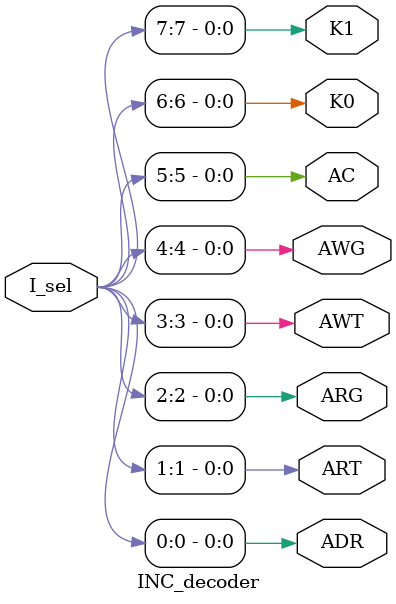
<source format=v>
module INC_decoder(I_sel,ADR,ART,ARG,AWT,AWG,AC,K0,K1);

input [7:0] I_sel;
output ADR,ART,ARG,AWT,AWG,AC,K0,K1;

assign ADR = I_sel[0];
assign ART = I_sel[1];
assign ARG = I_sel[2];
assign AWT = I_sel[3];
assign AWG = I_sel[4];
assign AC  = I_sel[5];
assign K0  = I_sel[6];
assign K1  = I_sel[7];



endmodule

</source>
